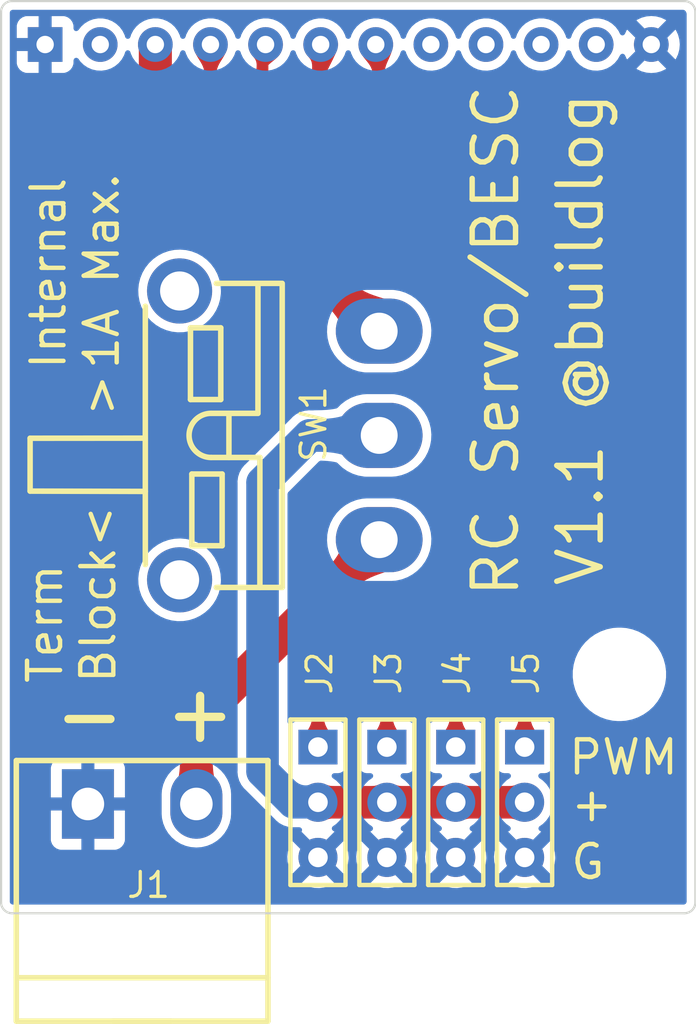
<source format=kicad_pcb>
(kicad_pcb (version 20211014) (generator pcbnew)
  (layers (0 "F.Cu" signal) (31 "B.Cu" signal) (34 "B.Paste" user) (35 "F.Paste" user) (36 "B.SilkS" user "B.Silkscreen") (37 "F.SilkS" user "F.Silkscreen") (38 "B.Mask" user) (39 "F.Mask" user) (44 "Edge.Cuts" user))
  (net 0 "")
  (net 1 "GND")
  (net 2 "V_SERVO")
  (net 3 "OUT4")
  (net 4 "OUT3")
  (net 5 "OUT2")
  (net 6 "+5V")
  (net 7 "V_EXT")
  (net 8 "OUT1")
  (footprint "easyeda:HDR-TH_3P-P2.54-V-M-1" (layer "F.Cu") (at 162.58 103.82 -90)
    (fp_text reference "J3" (at -4.87 -0.07 -90) (layer "F.SilkS") (effects (font (size 1.143 1.143) (thickness 0.152)) (justify left)))
    (fp_text value "Header-Male-2.54_1x3" hide)
    (fp_line (start -1.905 -1.27) (end -3.81 -1.27) (layer "F.SilkS") (width 0.203))
    (fp_line (start -3.81 1.27) (end 3.81 1.27) (layer "F.SilkS") (width 0.203))
    (fp_line (start -3.81 -1.27) (end -3.81 1.27) (layer "F.SilkS") (width 0.203))
    (fp_line (start 3.81 1.27) (end 3.81 -1.27) (layer "F.SilkS") (width 0.203))
    (fp_line (start 3.81 -1.27) (end -1.905 -1.27) (layer "F.SilkS") (width 0.203))
    (pad "1" thru_hole rect (at -2.54 0 270) (size 1.6 1.8) (drill 0.9) (layers *.Cu *.Mask) (net 5 "OUT2"))
    (pad "2" thru_hole circle (at 0 0 270) (size 1.8 1.8) (drill 0.9) (layers *.Cu *.Mask) (net 2 "V_SERVO"))
    (pad "3" thru_hole circle (at 2.54 0 270) (size 1.8 1.8) (drill 0.9) (layers *.Cu *.Mask) (net 1 "GND"))
  )
  (footprint "easyeda:HDR-TH_3P-P2.54-V-M-1" (layer "F.Cu") (at 165.755 103.82 -90)
    (fp_text reference "J4" (at -4.87 -0.07 -90) (layer "F.SilkS") (effects (font (size 1.143 1.143) (thickness 0.152)) (justify left)))
    (fp_text value "Header-Male-2.54_1x3" hide)
    (fp_line (start 3.81 -1.27) (end -1.905 -1.27) (layer "F.SilkS") (width 0.203))
    (fp_line (start -3.81 1.27) (end 3.81 1.27) (layer "F.SilkS") (width 0.203))
    (fp_line (start 3.81 1.27) (end 3.81 -1.27) (layer "F.SilkS") (width 0.203))
    (fp_line (start -1.905 -1.27) (end -3.81 -1.27) (layer "F.SilkS") (width 0.203))
    (fp_line (start -3.81 -1.27) (end -3.81 1.27) (layer "F.SilkS") (width 0.203))
    (pad "1" thru_hole rect (at -2.54 0 270) (size 1.6 1.8) (drill 0.9) (layers *.Cu *.Paste *.Mask) (net 4 "OUT3"))
    (pad "2" thru_hole circle (at 0 0 270) (size 1.8 1.8) (drill 0.9) (layers *.Cu *.Mask) (net 2 "V_SERVO"))
    (pad "3" thru_hole circle (at 2.54 0 270) (size 1.8 1.8) (drill 0.9) (layers *.Cu *.Mask) (net 1 "GND"))
  )
  (footprint "easyeda:HDR-TH_3P-P2.54-V-M-1" (layer "F.Cu") (at 159.405 103.82 -90)
    (fp_text reference "J2" (at -4.87 -0.07 -90) (layer "F.SilkS") (effects (font (size 1.143 1.143) (thickness 0.152)) (justify left)))
    (fp_text value "Header-Male-2.54_1x3" hide)
    (fp_line (start -3.81 1.27) (end 3.81 1.27) (layer "F.SilkS") (width 0.203))
    (fp_line (start 3.81 1.27) (end 3.81 -1.27) (layer "F.SilkS") (width 0.203))
    (fp_line (start -3.81 -1.27) (end -3.81 1.27) (layer "F.SilkS") (width 0.203))
    (fp_line (start 3.81 -1.27) (end -1.905 -1.27) (layer "F.SilkS") (width 0.203))
    (fp_line (start -1.905 -1.27) (end -3.81 -1.27) (layer "F.SilkS") (width 0.203))
    (pad "1" thru_hole rect (at -2.54 0 270) (size 1.6 1.8) (drill 0.9) (layers *.Cu *.Mask) (net 8 "OUT1"))
    (pad "2" thru_hole circle (at 0 0 270) (size 1.8 1.8) (drill 0.9) (layers *.Cu *.Mask) (net 2 "V_SERVO"))
    (pad "3" thru_hole circle (at 2.54 0 270) (size 1.8 1.8) (drill 0.9) (layers *.Cu *.Mask) (net 1 "GND"))
  )
  (footprint "easyeda:6 PACK MODULE PCB BOTTOM" (layer "F.Cu") (at 174.769 68.931)
    (fp_text reference "MOD1" hide)
    (fp_text value "6 Pack Module Pins Bottom" hide)
    (fp_line (start 2.03 39.5) (end 2.03 -1.5) (layer "Edge.Cuts") (width 0.1))
    (fp_line (start -29.47 40) (end 1.53 40) (layer "Edge.Cuts") (width 0.1))
    (fp_line (start -29.97 -1.5) (end -29.97 39.5) (layer "Edge.Cuts") (width 0.1))
    (fp_line (start 1.53 -2) (end -29.47 -2) (layer "Edge.Cuts") (width 0.1))
    (fp_arc (start 2.03 39.5) (mid 1.883553 39.853553) (end 1.53 40) (layer "Edge.Cuts") (width 0.1))
    (fp_arc (start -29.97 -1.5) (mid -29.823553 -1.853553) (end -29.47 -2) (layer "Edge.Cuts") (width 0.1))
    (fp_arc (start 1.53 -2) (mid 1.883553 -1.853553) (end 2.03 -1.5) (layer "Edge.Cuts") (width 0.1))
    (fp_arc (start -29.47 40) (mid -29.823553 39.853553) (end -29.97 39.5) (layer "Edge.Cuts") (width 0.1))
    (pad "" np_thru_hole circle (at -1.47 29) (size 3.5 3.5) (drill 3.5) (layers *.Cu *.Mask))
    (pad "1" thru_hole rect (at -27.94 0) (size 1.6 1.6) (drill 0.8) (layers *.Cu *.Mask) (net 1 "GND"))
    (pad "2" thru_hole circle (at -25.4 0) (size 1.6 1.6) (drill 0.8) (layers *.Cu *.Mask))
    (pad "3" thru_hole circle (at -22.86 0) (size 1.6 1.6) (drill 0.8) (layers *.Cu *.Mask) (net 6 "+5V"))
    (pad "4" thru_hole circle (at -20.32 0) (size 1.6 1.6) (drill 0.8) (layers *.Cu *.Mask) (net 8 "OUT1"))
    (pad "5" thru_hole circle (at -17.78 0) (size 1.6 1.6) (drill 0.8) (layers *.Cu *.Mask) (net 5 "OUT2"))
    (pad "6" thru_hole circle (at -15.24 0) (size 1.6 1.6) (drill 0.8) (layers *.Cu *.Mask) (net 4 "OUT3"))
    (pad "7" thru_hole circle (at -12.7 0) (size 1.6 1.6) (drill 0.8) (layers *.Cu *.Mask) (net 3 "OUT4"))
    (pad "8" thru_hole circle (at -10.16 0) (size 1.6 1.6) (drill 0.8) (layers *.Cu *.Mask))
    (pad "9" thru_hole circle (at -7.62 0) (size 1.6 1.6) (drill 0.8) (layers *.Cu *.Mask))
    (pad "10" thru_hole circle (at -5.08 0) (size 1.6 1.6) (drill 0.8) (layers *.Cu *.Mask))
    (pad "11" thru_hole circle (at -2.54 0) (size 1.6 1.6) (drill 0.8) (layers *.Cu *.Mask))
    (pad "12" thru_hole circle (at 0 0) (size 1.6 1.6) (drill 0.8) (layers *.Cu *.Mask) (net 1 "GND"))
  )
  (footprint "easyeda:SW-TH_SS-12D11G5" (layer "F.Cu") (at 157.627 86.929 -90)
    (fp_text reference "SW1" (at 1.321 -1.573 90) (layer "F.SilkS") (effects (font (size 1.143 1.143) (thickness 0.152)) (justify left)))
    (fp_text value "SS-12D11G5" hide)
    (fp_line (start -1.651 4.099) (end -4.953 4.099) (layer "F.SilkS") (width 0.254))
    (fp_line (start -1.651 2.702) (end -1.651 4.099) (layer "F.SilkS") (width 0.254))
    (fp_line (start -1.016 3.147) (end -1.016 0.988) (layer "F.SilkS") (width 0.254))
    (fp_line (start -1.016 0.988) (end -7 0.988) (layer "F.SilkS") (width 0.254))
    (fp_line (start -4.953 2.702) (end -1.651 2.702) (layer "F.SilkS") (width 0.254))
    (fp_line (start 2.5655 11.4905) (end 0.13 11.49) (layer "F.SilkS") (width 0.254))
    (fp_line (start 1.778 2.639) (end 5.08 2.639) (layer "F.SilkS") (width 0.254))
    (fp_line (start 1.778 4.036) (end 1.778 2.639) (layer "F.SilkS") (width 0.254))
    (fp_line (start 5.946 6.18) (end -5.946 6.18) (layer "F.SilkS") (width 0.254))
    (fp_line (start 1.016 0.899) (end 1.016 3.147) (layer "F.SilkS") (width 0.254))
    (fp_line (start -7 2.905) (end -7 -0.12) (layer "F.SilkS") (width 0.254))
    (fp_line (start 0.127 6.187) (end 0.13 11.49) (layer "F.SilkS") (width 0.254))
    (fp_line (start 7 -0.13) (end 7 2.905) (layer "F.SilkS") (width 0.254))
    (fp_line (start 7 0.899) (end 1.016 0.899) (layer "F.SilkS") (width 0.254))
    (fp_line (start 5.08 2.639) (end 5.08 4.036) (layer "F.SilkS") (width 0.254))
    (fp_line (start -7 -0.13) (end 7 -0.13) (layer "F.SilkS") (width 0.254))
    (fp_line (start 1.016 2.326) (end -1.016 2.326) (layer "F.SilkS") (width 0.254))
    (fp_line (start 2.578 6.18) (end 2.5655 11.4905) (layer "F.SilkS") (width 0.254))
    (fp_line (start 5.08 4.036) (end 1.778 4.036) (layer "F.SilkS") (width 0.254))
    (fp_line (start -4.953 4.099) (end -4.953 2.702) (layer "F.SilkS") (width 0.254))
    (fp_arc (start 1.016 3.147) (mid 0 4.163) (end -1.016 3.147) (layer "F.SilkS") (width 0.254))
    (pad "1" thru_hole oval (at 4.8 -4.6 90) (size 3 4) (drill 1.7) (layers *.Cu *.Mask) (net 7 "V_EXT"))
    (pad "2" thru_hole oval (at 0 -4.6 90) (size 3 4) (drill 1.7) (layers *.Cu *.Mask) (net 2 "V_SERVO"))
    (pad "3" thru_hole oval (at -4.8 -4.6 90) (size 3 4) (drill 1.7) (layers *.Cu *.Mask) (net 6 "+5V"))
    (pad "4" thru_hole circle (at -6.65 4.6 90) (size 3 3) (drill 1.8) (layers *.Cu *.Paste *.Mask))
    (pad "5" thru_hole circle (at 6.65 4.6 90) (size 3 3) (drill 1.8) (layers *.Cu *.Paste *.Mask))
  )
  (footprint "easyeda:HDR-TH_3P-P2.54-V-M-1" (layer "F.Cu") (at 168.93 103.82 -90)
    (fp_text reference "J5" (at -4.87 -0.07 -90) (layer "F.SilkS") (effects (font (size 1.143 1.143) (thickness 0.152)) (justify left)))
    (fp_text value "Header-Male-2.54_1x3" hide)
    (fp_line (start 3.81 -1.27) (end -1.905 -1.27) (layer "F.SilkS") (width 0.203))
    (fp_line (start -1.905 -1.27) (end -3.81 -1.27) (layer "F.SilkS") (width 0.203))
    (fp_line (start -3.81 1.27) (end 3.81 1.27) (layer "F.SilkS") (width 0.203))
    (fp_line (start -3.81 -1.27) (end -3.81 1.27) (layer "F.SilkS") (width 0.203))
    (fp_line (start 3.81 1.27) (end 3.81 -1.27) (layer "F.SilkS") (width 0.203))
    (pad "1" thru_hole rect (at -2.54 0 270) (size 1.6 1.8) (drill 0.9) (layers *.Cu *.Mask) (net 3 "OUT4"))
    (pad "2" thru_hole circle (at 0 0 270) (size 1.8 1.8) (drill 0.9) (layers *.Cu *.Mask) (net 2 "V_SERVO"))
    (pad "3" thru_hole circle (at 2.54 0 270) (size 1.8 1.8) (drill 0.9) (layers *.Cu *.Mask) (net 1 "GND"))
  )
  (footprint "easyeda:CONN-TH_2P-P5.00_XY2500R-B-5.00-2P" (layer "F.Cu") (at 151.3 103.899)
    (fp_text reference "J1" (at -0.785 3.731) (layer "F.SilkS") (effects (font (size 1.143 1.143) (thickness 0.152)) (justify left)))
    (fp_text value "XY2500R-B-5.00-2P" hide)
    (fp_line (start 5.8 -2) (end 5.8 10) (layer "F.SilkS") (width 0.254))
    (fp_line (start -5.8 8) (end 5.8 8) (layer "F.SilkS") (width 0.254))
    (fp_line (start -5.8 -2) (end 5.8 -2) (layer "F.SilkS") (width 0.254))
    (fp_line (start -5.8 10) (end 5.8 10) (layer "F.SilkS") (width 0.254))
    (fp_line (start -5.8 -2) (end -5.8 10) (layer "F.SilkS") (width 0.254))
    (fp_line (start -1.345 10) (end 1.32 10) (layer "F.SilkS") (width 0.254))
    (pad "1" thru_hole rect locked (at -2.5 0) (size 2.4 3.2) (drill 1.5) (layers *.Cu *.Paste *.Mask) (net 1 "GND"))
    (pad "2" thru_hole oval locked (at 2.5 0) (size 2.4 3.2) (drill 1.5) (layers *.Cu *.Paste *.Mask) (net 7 "V_EXT"))
  )
  (gr_text ">" (at 149.35 86.15 90) (layer "F.SilkS") (effects (font (size 1.524 1.524) (thickness 0.203)) (justify left)))
  (gr_text "G" (at 170.95 106.567) (layer "F.SilkS") (effects (font (size 1.524 1.524) (thickness 0.203)) (justify left)))
  (gr_text "-" (at 147.05 99.8) (layer "F.SilkS") (effects (font (size 2.54 2.54) (thickness 0.381)) (justify left)))
  (gr_text "V1.1 @buildlog" (at 171.5 94 90) (layer "F.SilkS") (effects (font (size 2 2) (thickness 0.25)) (justify left)))
  (gr_text "Internal\n1A Max." (at 148.207 83.991 90) (layer "F.SilkS") (effects (font (size 1.524 1.524) (thickness 0.203)) (justify left)))
  (gr_text "+" (at 152.15 99.7) (layer "F.SilkS") (effects (font (size 2.54 2.54) (thickness 0.381)) (justify left)))
  (gr_text "PWM" (at 170.85 101.75) (layer "F.SilkS") (effects (font (size 1.524 1.524) (thickness 0.203)) (justify left)))
  (gr_text "+" (at 170.95 103.9) (layer "F.SilkS") (effects (font (size 1.524 1.524) (thickness 0.203)) (justify left)))
  (gr_text "Term\nBlock" (at 148.05 98.45 90) (layer "F.SilkS") (effects (font (size 1.524 1.524) (thickness 0.203)) (justify left)))
  (gr_text "RC Servo/BESC" (at 167.6 94.5 90) (layer "F.SilkS") (effects (font (size 2 2) (thickness 0.25)) (justify left)))
  (gr_text "<" (at 149.25 92.2 90) (layer "F.SilkS") (effects (font (size 1.524 1.524) (thickness 0.203)) (justify left)))
  (segment (start 165.755 103.82) (end 168.93 103.82) (width 1.5) (layer "F.Cu") (net 2))
  (segment (start 162.58 103.82) (end 165.755 103.82) (width 1.5) (layer "F.Cu") (net 2))
  (segment (start 159.405 103.82) (end 162.58 103.82) (width 1.5) (layer "F.Cu") (net 2))
  (segment (start 159.021 86.929) (end 156.85 89.1) (width 1.5) (layer "B.Cu") (net 2))
  (segment (start 156.85 102.4) (end 158.27 103.82) (width 1.5) (layer "B.Cu") (net 2))
  (segment (start 158.27 103.82) (end 159.405 103.82) (width 1.5) (layer "B.Cu") (net 2))
  (segment (start 162.227 86.929) (end 159.021 86.929) (width 1.5) (layer "B.Cu") (net 2))
  (segment (start 156.85 89.1) (end 156.85 102.4) (width 1.5) (layer "B.Cu") (net 2))
  (segment (start 168.93 96.327) (end 170.9 94.357) (width 0.508) (layer "F.Cu") (net 3))
  (segment (start 170.9 79.33) (end 162.199 70.629) (width 0.508) (layer "F.Cu") (net 3))
  (segment (start 162.199 70.629) (end 162.199 69.06) (width 0.508) (layer "F.Cu") (net 3))
  (segment (start 162.199 69.06) (end 162.069 68.931) (width 0.508) (layer "F.Cu") (net 3))
  (segment (start 170.9 94.357) (end 170.9 79.33) (width 0.508) (layer "F.Cu") (net 3))
  (segment (start 168.93 101.28) (end 168.93 96.327) (width 0.508) (layer "F.Cu") (net 3))
  (segment (start 165.755 97.395) (end 169.45 93.7) (width 0.508) (layer "F.Cu") (net 4))
  (segment (start 169.45 93.7) (end 169.45 80.45) (width 0.508) (layer "F.Cu") (net 4))
  (segment (start 159.529 70.529) (end 159.529 68.931) (width 0.508) (layer "F.Cu") (net 4))
  (segment (start 169.45 80.45) (end 159.529 70.529) (width 0.508) (layer "F.Cu") (net 4))
  (segment (start 165.755 101.28) (end 165.755 97.395) (width 0.508) (layer "F.Cu") (net 4))
  (segment (start 168.1 92.8) (end 168.1 81.65) (width 0.508) (layer "F.Cu") (net 5))
  (segment (start 162.58 98.32) (end 168.1 92.8) (width 0.508) (layer "F.Cu") (net 5))
  (segment (start 156.865 69.055) (end 156.989 68.931) (width 0.508) (layer "F.Cu") (net 5))
  (segment (start 162.58 101.28) (end 162.58 98.32) (width 0.508) (layer "F.Cu") (net 5))
  (segment (start 156.865 70.415) (end 156.865 69.055) (width 0.508) (layer "F.Cu") (net 5))
  (segment (start 168.1 81.65) (end 156.865 70.415) (width 0.508) (layer "F.Cu") (net 5))
  (segment (start 151.909 72.608) (end 162.227 82.129) (width 1.524) (layer "F.Cu") (net 6))
  (segment (start 151.909 68.931) (end 151.909 72.608) (width 1.524) (layer "F.Cu") (net 6))
  (segment (start 153.8 103.899) (end 153.8 100.156) (width 1.5) (layer "F.Cu") (net 7))
  (segment (start 153.8 100.156) (end 162.227 91.729) (width 1.5) (layer "F.Cu") (net 7))
  (segment (start 159.405 99.095) (end 166.65 91.85) (width 0.508) (layer "F.Cu") (net 8))
  (segment (start 154.449 70.549) (end 154.449 68.931) (width 0.508) (layer "F.Cu") (net 8))
  (segment (start 166.65 82.75) (end 154.449 70.549) (width 0.508) (layer "F.Cu") (net 8))
  (segment (start 159.405 101.28) (end 159.405 99.095) (width 0.508) (layer "F.Cu") (net 8))
  (segment (start 166.65 91.85) (end 166.65 82.75) (width 0.508) (layer "F.Cu") (net 8))
  (zone (net 8) (net_name "OUT1") (layer "F.Cu") (priority 16962) (connect_pads yes (clearance 0)) (min_thickness 0.0254) (fill yes (thermal_gap 0.508) (thermal_bridge_width 0.508))
    (polygon (pts (xy 159.151 99.69) (xy 159.14461 99.872101) (xy 159.126212 100.024777) (xy 159.096956 100.154231) (xy 159.057996 100.266666) (xy 159.010485 100.368287) (xy 158.955575 100.465296) (xy 158.894419 100.563897) (xy 158.828169 100.670294) (xy 158.757978 100.79069) (xy 158.685 100.931289) (xy 159.405 101.68) (xy 160.125 100.931289) (xy 160.052021 100.79069) (xy 159.98183 100.670294) (xy 159.91558 100.563897) (xy 159.854424 100.465296) (xy 159.799514 100.368287) (xy 159.752003 100.266666) (xy 159.713043 100.154231) (xy 159.683787 100.024777) (xy 159.665389 99.872101) (xy 159.659 99.69)))
  )
  (zone (net 2) (net_name "V_SERVO") (layer "F.Cu") (priority 16962) (connect_pads yes (clearance 0)) (min_thickness 0.0254) (fill yes (thermal_gap 0.508) (thermal_bridge_width 0.508))
    (polygon (pts (xy 163.965 104.57) (xy 164.167313 104.568387) (xy 164.354791 104.564531) (xy 164.527786 104.559909) (xy 164.686648 104.555995) (xy 164.831728 104.554264) (xy 164.963378 104.556193) (xy 165.081949 104.563255) (xy 165.187792 104.576927) (xy 165.281259 104.598683) (xy 165.3627 104.63) (xy 166.205 103.82) (xy 165.3627 103.01) (xy 165.281259 103.041316) (xy 165.187792 103.063072) (xy 165.081949 103.076744) (xy 164.963378 103.083806) (xy 164.831728 103.085735) (xy 164.686648 103.084004) (xy 164.527786 103.08009) (xy 164.354791 103.075468) (xy 164.167313 103.071612) (xy 163.965 103.07)))
  )
  (zone (net 4) (net_name "OUT3") (layer "F.Cu") (priority 16962) (connect_pads yes (clearance 0)) (min_thickness 0.0254) (fill yes (thermal_gap 0.508) (thermal_bridge_width 0.508))
    (polygon (pts (xy 165.501 99.69) (xy 165.49461 99.872101) (xy 165.476212 100.024777) (xy 165.446956 100.154231) (xy 165.407996 100.266666) (xy 165.360485 100.368287) (xy 165.305575 100.465296) (xy 165.244419 100.563897) (xy 165.178169 100.670294) (xy 165.107978 100.79069) (xy 165.035 100.931289) (xy 165.755 101.68) (xy 166.475 100.931289) (xy 166.402021 100.79069) (xy 166.33183 100.670294) (xy 166.26558 100.563897) (xy 166.204424 100.465296) (xy 166.149514 100.368287) (xy 166.102003 100.266666) (xy 166.063043 100.154231) (xy 166.033787 100.024777) (xy 166.015389 99.872101) (xy 166.009 99.69)))
  )
  (zone (net 5) (net_name "OUT2") (layer "F.Cu") (priority 16962) (connect_pads yes (clearance 0)) (min_thickness 0.0254) (fill yes (thermal_gap 0.508) (thermal_bridge_width 0.508))
    (polygon (pts (xy 162.326 99.69) (xy 162.31961 99.872101) (xy 162.301212 100.024777) (xy 162.271956 100.154231) (xy 162.232996 100.266666) (xy 162.185485 100.368287) (xy 162.130575 100.465296) (xy 162.069419 100.563897) (xy 162.003169 100.670294) (xy 161.932978 100.79069) (xy 161.86 100.931289) (xy 162.58 101.68) (xy 163.3 100.931289) (xy 163.227021 100.79069) (xy 163.15683 100.670294) (xy 163.09058 100.563897) (xy 163.029424 100.465296) (xy 162.974514 100.368287) (xy 162.927003 100.266666) (xy 162.888043 100.154231) (xy 162.858787 100.024777) (xy 162.840389 99.872101) (xy 162.834 99.69)))
  )
  (zone (net 6) (net_name "+5V") (layer "F.Cu") (priority 16962) (connect_pads yes (clearance 0)) (min_thickness 0.0254) (fill yes (thermal_gap 0.508) (thermal_bridge_width 0.508))
    (polygon (pts (xy 159.512835 80.661334) (xy 159.755372 80.89217) (xy 159.956142 81.098964) (xy 160.121581 81.288297) (xy 160.258124 81.466753) (xy 160.372207 81.640916) (xy 160.470266 81.817369) (xy 160.558737 82.002694) (xy 160.644055 82.203476) (xy 160.732656 82.426298) (xy 160.830977 82.677743) (xy 162.77819 82.637614) (xy 162.661989 80.693457) (xy 162.403467 80.615623) (xy 162.174256 80.545182) (xy 161.967277 80.476245) (xy 161.775452 80.402926) (xy 161.591702 80.319337) (xy 161.408949 80.219593) (xy 161.220115 80.097805) (xy 161.01812 79.948087) (xy 160.795888 79.764552) (xy 160.54634 79.541314)))
  )
  (zone (net 2) (net_name "V_SERVO") (layer "F.Cu") (priority 16962) (connect_pads yes (clearance 0)) (min_thickness 0.0254) (fill yes (thermal_gap 0.508) (thermal_bridge_width 0.508))
    (polygon (pts (xy 161.195 103.07) (xy 160.992686 103.071612) (xy 160.805208 103.075468) (xy 160.632213 103.08009) (xy 160.473351 103.084004) (xy 160.328271 103.085735) (xy 160.196621 103.083806) (xy 160.07805 103.076744) (xy 159.972207 103.063072) (xy 159.87874 103.041316) (xy 159.7973 103.01) (xy 158.955 103.82) (xy 159.7973 104.63) (xy 159.87874 104.598683) (xy 159.972207 104.576927) (xy 160.07805 104.563255) (xy 160.196621 104.556193) (xy 160.328271 104.554264) (xy 160.473351 104.555995) (xy 160.632213 104.559909) (xy 160.805208 104.564531) (xy 160.992686 104.568387) (xy 161.195 104.57)))
  )
  (zone (net 2) (net_name "V_SERVO") (layer "F.Cu") (priority 16962) (connect_pads yes (clearance 0)) (min_thickness 0.0254) (fill yes (thermal_gap 0.508) (thermal_bridge_width 0.508))
    (polygon (pts (xy 167.545 103.07) (xy 167.342686 103.071612) (xy 167.155208 103.075468) (xy 166.982213 103.08009) (xy 166.823351 103.084004) (xy 166.678271 103.085735) (xy 166.546621 103.083806) (xy 166.42805 103.076744) (xy 166.322207 103.063072) (xy 166.22874 103.041316) (xy 166.1473 103.01) (xy 165.305 103.82) (xy 166.1473 104.63) (xy 166.22874 104.598683) (xy 166.322207 104.576927) (xy 166.42805 104.563255) (xy 166.546621 104.556193) (xy 166.678271 104.554264) (xy 166.823351 104.555995) (xy 166.982213 104.559909) (xy 167.155208 104.564531) (xy 167.342686 104.568387) (xy 167.545 104.57)))
  )
  (zone (net 2) (net_name "V_SERVO") (layer "F.Cu") (priority 16962) (connect_pads yes (clearance 0)) (min_thickness 0.0254) (fill yes (thermal_gap 0.508) (thermal_bridge_width 0.508))
    (polygon (pts (xy 160.79 104.57) (xy 160.992313 104.568387) (xy 161.179791 104.564531) (xy 161.352786 104.559909) (xy 161.511648 104.555995) (xy 161.656728 104.554264) (xy 161.788378 104.556193) (xy 161.906949 104.563255) (xy 162.012792 104.576927) (xy 162.106259 104.598683) (xy 162.1877 104.63) (xy 163.03 103.82) (xy 162.1877 103.01) (xy 162.106259 103.041316) (xy 162.012792 103.063072) (xy 161.906949 103.076744) (xy 161.788378 103.083806) (xy 161.656728 103.085735) (xy 161.511648 103.084004) (xy 161.352786 103.08009) (xy 161.179791 103.075468) (xy 160.992313 103.071612) (xy 160.79 103.07)))
  )
  (zone (net 4) (net_name "OUT3") (layer "F.Cu") (priority 16962) (connect_pads yes (clearance 0)) (min_thickness 0.0254) (fill yes (thermal_gap 0.508) (thermal_bridge_width 0.508))
    (polygon (pts (xy 159.8 70.45) (xy 159.8 70.25) (xy 159.85 70.1) (xy 159.9 70) (xy 159.95 69.9) (xy 160 69.8) (xy 160.04 69.72) (xy 160.1 69.6) (xy 160.14 69.51) (xy 160.19 69.410161) (xy 160.249 69.279711) (xy 159.529 68.531) (xy 158.963315 69.496685) (xy 159.055401 69.611894) (xy 159.10797 69.727227) (xy 159.131397 69.843148) (xy 159.136055 69.960121) (xy 159.132319 70.078608) (xy 159.130562 70.199076) (xy 159.141158 70.321986) (xy 159.174483 70.447804) (xy 159.240908 70.576994) (xy 159.35081 70.710019)))
  )
  (zone (net 2) (net_name "V_SERVO") (layer "F.Cu") (priority 16962) (connect_pads yes (clearance 0)) (min_thickness 0.0254) (fill yes (thermal_gap 0.508) (thermal_bridge_width 0.508))
    (polygon (pts (xy 167.14 104.57) (xy 167.342313 104.568387) (xy 167.529791 104.564531) (xy 167.702786 104.559909) (xy 167.861648 104.555995) (xy 168.006728 104.554264) (xy 168.138378 104.556193) (xy 168.256949 104.563255) (xy 168.362792 104.576927) (xy 168.456259 104.598683) (xy 168.5377 104.63) (xy 169.38 103.82) (xy 168.5377 103.01) (xy 168.456259 103.041316) (xy 168.362792 103.063072) (xy 168.256949 103.076744) (xy 168.138378 103.083806) (xy 168.006728 103.085735) (xy 167.861648 103.084004) (xy 167.702786 103.08009) (xy 167.529791 103.075468) (xy 167.342313 103.071612) (xy 167.14 103.07)))
  )
  (zone (net 7) (net_name "V_EXT") (layer "F.Cu") (priority 16962) (connect_pads yes (clearance 0)) (min_thickness 0.0254) (fill yes (thermal_gap 0.508) (thermal_bridge_width 0.508))
    (polygon (pts (xy 153.05 101.509) (xy 153.048941 101.77473) (xy 153.044768 102.007107) (xy 153.035988 102.212052) (xy 153.021106 102.395485) (xy 152.998628 102.563328) (xy 152.96706 102.721502) (xy 152.924907 102.875929) (xy 152.870675 103.032528) (xy 152.802871 103.197223) (xy 152.72 103.375933) (xy 153.8 104.499) (xy 154.88 103.375933) (xy 154.797128 103.197223) (xy 154.729324 103.032528) (xy 154.675092 102.875929) (xy 154.632939 102.721502) (xy 154.601371 102.563328) (xy 154.578893 102.395485) (xy 154.564011 102.212052) (xy 154.555231 102.007107) (xy 154.551058 101.77473) (xy 154.55 101.509)))
  )
  (zone (net 7) (net_name "V_EXT") (layer "F.Cu") (priority 16962) (connect_pads yes (clearance 0)) (min_thickness 0.0254) (fill yes (thermal_gap 0.508) (thermal_bridge_width 0.508))
    (polygon (pts (xy 160.643081 94.373579) (xy 160.883829 94.140531) (xy 161.098975 93.948836) (xy 161.295358 93.792177) (xy 161.479819 93.664237) (xy 161.659198 93.558698) (xy 161.840335 93.469243) (xy 162.03007 93.389555) (xy 162.235243 93.313318) (xy 162.462694 93.234213) (xy 162.719263 93.145925) (xy 162.75733 91.19867) (xy 160.810075 91.236737) (xy 160.721786 91.493305) (xy 160.642681 91.720756) (xy 160.566444 91.925929) (xy 160.486756 92.115664) (xy 160.397301 92.296801) (xy 160.291762 92.47618) (xy 160.163822 92.660641) (xy 160.007163 92.857024) (xy 159.815468 93.07217) (xy 159.582421 93.312919)))
  )
  (zone (net 3) (net_name "OUT4") (layer "F.Cu") (priority 16962) (connect_pads yes (clearance 0)) (min_thickness 0.0254) (fill yes (thermal_gap 0.508) (thermal_bridge_width 0.508))
    (polygon (pts (xy 162.453 70.53) (xy 162.45903 70.33446) (xy 162.476142 70.170145) (xy 162.502866 70.030219) (xy 162.537734 69.907849) (xy 162.579274 69.796199) (xy 162.626019 69.688435) (xy 162.676499 69.577724) (xy 162.729244 69.45723) (xy 162.782786 69.32012) (xy 162.835655 69.159559) (xy 162.004764 68.536192) (xy 161.414346 69.390811) (xy 161.504107 69.512384) (xy 161.587898 69.617485) (xy 161.664901 69.711651) (xy 161.734296 69.800424) (xy 161.795263 69.889342) (xy 161.846983 69.983944) (xy 161.888636 70.089772) (xy 161.919403 70.212364) (xy 161.938464 70.35726) (xy 161.945 70.53)))
  )
  (zone (net 2) (net_name "V_SERVO") (layer "F.Cu") (priority 16962) (connect_pads yes (clearance 0)) (min_thickness 0.0254) (fill yes (thermal_gap 0.508) (thermal_bridge_width 0.508))
    (polygon (pts (xy 164.37 103.07) (xy 164.167686 103.071612) (xy 163.980208 103.075468) (xy 163.807213 103.08009) (xy 163.648351 103.084004) (xy 163.503271 103.085735) (xy 163.371621 103.083806) (xy 163.25305 103.076744) (xy 163.147207 103.063072) (xy 163.05374 103.041316) (xy 162.9723 103.01) (xy 162.13 103.82) (xy 162.9723 104.63) (xy 163.05374 104.598683) (xy 163.147207 104.576927) (xy 163.25305 104.563255) (xy 163.371621 104.556193) (xy 163.503271 104.554264) (xy 163.648351 104.555995) (xy 163.807213 104.559909) (xy 163.980208 104.564531) (xy 164.167686 104.568387) (xy 164.37 104.57)))
  )
  (zone (net 5) (net_name "OUT2") (layer "F.Cu") (priority 16962) (connect_pads yes (clearance 0)) (min_thickness 0.0254) (fill yes (thermal_gap 0.508) (thermal_bridge_width 0.508))
    (polygon (pts (xy 157.122386 70.313177) (xy 157.038618 70.205856) (xy 157.007535 70.108135) (xy 157.020728 70.017636) (xy 157.06979 69.93198) (xy 157.146313 69.848791) (xy 157.241889 69.76569) (xy 157.34811 69.680302) (xy 157.456569 69.590247) (xy 157.558858 69.49315) (xy 157.64657 69.386632) (xy 157.05072 68.535791) (xy 156.423315 69.496685) (xy 156.510886 69.60766) (xy 156.55893 69.719228) (xy 156.577804 69.831716) (xy 156.577865 69.945451) (xy 156.569471 70.060761) (xy 156.562979 70.177972) (xy 156.568746 70.297413) (xy 156.597129 70.419411) (xy 156.658487 70.544293) (xy 156.763177 70.672386)))
  )
  (zone (net 8) (net_name "OUT1") (layer "F.Cu") (priority 16962) (connect_pads yes (clearance 0)) (min_thickness 0.0254) (fill yes (thermal_gap 0.508) (thermal_bridge_width 0.508))
    (polygon (pts (xy 154.703 70.521) (xy 154.709389 70.338898) (xy 154.727787 70.186222) (xy 154.757043 70.056768) (xy 154.796003 69.944333) (xy 154.843514 69.842712) (xy 154.898424 69.745703) (xy 154.95958 69.647102) (xy 155.02583 69.540705) (xy 155.096021 69.420309) (xy 155.169 69.279711) (xy 154.449 68.531) (xy 153.729 69.279711) (xy 153.801978 69.420309) (xy 153.872169 69.540705) (xy 153.938419 69.647102) (xy 153.999575 69.745703) (xy 154.054485 69.842712) (xy 154.101996 69.944333) (xy 154.140956 70.056768) (xy 154.170212 70.186222) (xy 154.18861 70.338898) (xy 154.195 70.521)))
  )
  (zone (net 3) (net_name "OUT4") (layer "F.Cu") (priority 16962) (connect_pads yes (clearance 0)) (min_thickness 0.0254) (fill yes (thermal_gap 0.508) (thermal_bridge_width 0.508))
    (polygon (pts (xy 168.676 99.69) (xy 168.66961 99.872101) (xy 168.651212 100.024777) (xy 168.621956 100.154231) (xy 168.582996 100.266666) (xy 168.535485 100.368287) (xy 168.480575 100.465296) (xy 168.419419 100.563897) (xy 168.353169 100.670294) (xy 168.282978 100.79069) (xy 168.21 100.931289) (xy 168.93 101.68) (xy 169.65 100.931289) (xy 169.577021 100.79069) (xy 169.50683 100.670294) (xy 169.44058 100.563897) (xy 169.379424 100.465296) (xy 169.324514 100.368287) (xy 169.277003 100.266666) (xy 169.238043 100.154231) (xy 169.208787 100.024777) (xy 169.190389 99.872101) (xy 169.184 99.69)))
  )
  (zone (net 2) (net_name "V_SERVO") (layer "B.Cu") (priority 16962) (connect_pads yes (clearance 0)) (min_thickness 0.0254) (fill yes (thermal_gap 0.508) (thermal_bridge_width 0.508))
    (polygon (pts (xy 157.269444 103.880104) (xy 157.443274 104.028094) (xy 157.621604 104.136285) (xy 157.800753 104.212074) (xy 157.977041 104.262852) (xy 158.146789 104.296015) (xy 158.306315 104.318957) (xy 158.45194 104.339071) (xy 158.579983 104.363753) (xy 158.686764 104.400397) (xy 158.768604 104.456396) (xy 159.855 103.82) (xy 159.0127 103.01) (xy 158.969354 103.026442) (xy 158.916778 103.03796) (xy 158.856359 103.043442) (xy 158.789479 103.041776) (xy 158.717525 103.031851) (xy 158.641881 103.012555) (xy 158.563932 102.982778) (xy 158.485063 102.941408) (xy 158.406658 102.887334) (xy 158.330104 102.819444)))
  )
  (zone (net 1) (net_name "GND") (layer "B.Cu") (connect_pads (clearance 0.4)) (min_thickness 0.254) (fill yes (thermal_gap 0.508) (thermal_bridge_width 0.6))
    (polygon (pts (xy 144.964626 66.979682) (xy 144.962 108.738) (xy 176.642 108.738) (xy 176.642 67.879) (xy 176.171626 67.106682)))
  )
  (zone (net 2) (net_name "V_SERVO") (layer "B.Cu") (priority 16962) (connect_pads yes (clearance 0)) (min_thickness 0.0254) (fill yes (thermal_gap 0.508) (thermal_bridge_width 0.508))
    (polygon (pts (xy 159.237 87.679) (xy 159.572024 87.684445) (xy 159.859704 87.701027) (xy 160.109343 87.729117) (xy 160.330244 87.769083) (xy 160.531712 87.821296) (xy 160.723049 87.886125) (xy 160.913559 87.96394) (xy 161.112547 88.055111) (xy 161.329314 88.160007) (xy 161.573166 88.279) (xy 162.977 86.929) (xy 161.573166 85.579) (xy 161.329314 85.697992) (xy 161.112547 85.802888) (xy 160.913559 85.894059) (xy 160.723049 85.971874) (xy 160.531712 86.036703) (xy 160.330244 86.088916) (xy 160.109343 86.128882) (xy 159.859704 86.156972) (xy 159.572024 86.173554) (xy 159.237 86.179)))
  )
)
</source>
